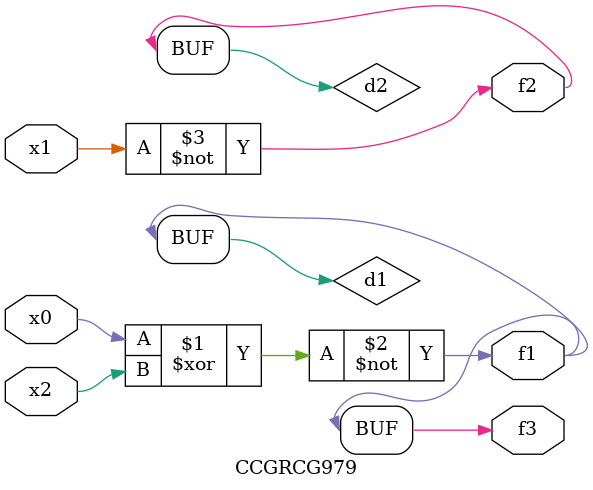
<source format=v>
module CCGRCG979(
	input x0, x1, x2,
	output f1, f2, f3
);

	wire d1, d2, d3;

	xnor (d1, x0, x2);
	nand (d2, x1);
	nor (d3, x1, x2);
	assign f1 = d1;
	assign f2 = d2;
	assign f3 = d1;
endmodule

</source>
